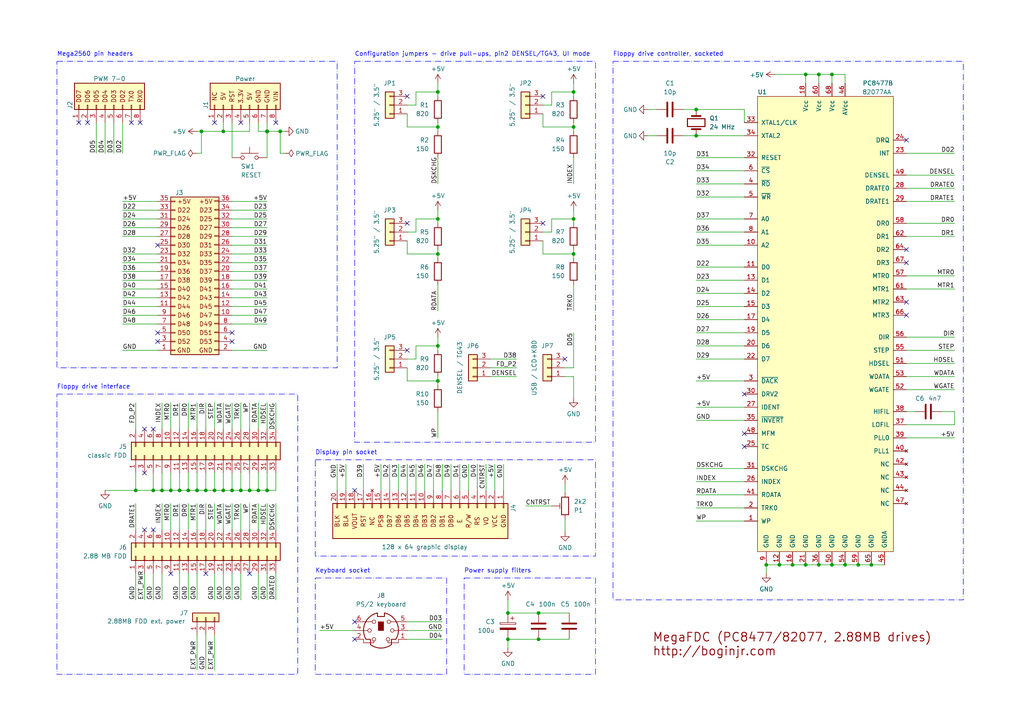
<source format=kicad_sch>
(kicad_sch (version 20230121) (generator eeschema)
  (paper "A4")
  (lib_symbols
    (symbol "Conn_01x08_1" (pin_names (offset 1.016) hide)
      (property "Reference" "J1" (at 0 10.16 0))
      (property "Value" "Power" (at 7.62 0 90))
      (symbol "Conn_01x08_1_1_1"
        (text "3.3V" (at 2.54 0 0) (effects (font (size 1.27 1.27))))
        (text "5V" (at 2.54 -2.54 0) (effects (font (size 1.27 1.27))))
        (text "5V" (at 2.54 5.08 0) (effects (font (size 1.27 1.27))))
        (text "GND" (at 2.54 -7.62 0) (effects (font (size 1.27 1.27))))
        (text "GND" (at 2.54 -5.08 0) (effects (font (size 1.27 1.27))))
        (text "NC" (at 2.54 7.62 0) (effects (font (size 1.27 1.27))))
        (text "RST" (at 2.54 2.54 0) (effects (font (size 1.27 1.27))))
        (text "VIN" (at 2.54 -10.16 0) (effects (font (size 1.27 1.27))))
        (pin passive line (at -5.08 7.62 0) (length 3.81) (name "Pin_1") (number "1"))
        (pin passive line (at -5.08 5.08 0) (length 3.81) (name "Pin_2") (number "2"))
        (pin passive line (at -5.08 2.54 0) (length 3.81) (name "Pin_3") (number "3"))
        (pin passive line (at -5.08 0 0) (length 3.81) (name "Pin_4") (number "4"))
        (pin passive line (at -5.08 -2.54 0) (length 3.81) (name "Pin_5") (number "5"))
        (pin passive line (at -5.08 -5.08 0) (length 3.81) (name "Pin_6") (number "6"))
        (pin passive line (at -5.08 -7.62 0) (length 3.81) (name "Pin_7") (number "7"))
        (pin passive line (at -5.08 -10.16 0) (length 3.81) (name "Pin_8") (number "8"))
      )
    )
    (symbol "Connector:Mini-DIN-6" (pin_names (offset 1.016))
      (property "Reference" "J" (at 0 6.35 0))
      (property "Value" "Mini-DIN-6" (at 0 -6.35 0))
      (symbol "Mini-DIN-6_1_1"
        (pin passive line (at 7.62 -2.54 180) (length 2.54) (name "~") (number "1"))
        (pin passive line (at -7.62 -2.54 0) (length 2.54) (name "~") (number "2"))
        (pin passive line (at 7.62 0 180) (length 2.54) (name "~") (number "3"))
        (pin passive line (at -7.62 0 0) (length 2.54) (name "~") (number "4"))
        (pin passive line (at 7.62 2.54 180) (length 2.54) (name "~") (number "5"))
        (pin passive line (at -7.62 2.54 0) (length 2.54) (name "~") (number "6"))
      )
    )
    (symbol "Connector_Generic:Conn_01x03" (pin_names (offset 1.016) hide)
      (property "Reference" "J" (at 0 5.08 0))
      (property "Value" "Conn_01x03" (at 0 -5.08 0))
      (symbol "Conn_01x03_1_1"
        (pin passive line (at -5.08 2.54 0) (length 3.81) (name "Pin_1") (number "1"))
        (pin passive line (at -5.08 0 0) (length 3.81) (name "Pin_2") (number "2"))
        (pin passive line (at -5.08 -2.54 0) (length 3.81) (name "Pin_3") (number "3"))
      )
    )
    (symbol "Connector_Generic:Conn_01x08" (pin_names (offset 1.016) hide)
      (property "Reference" "J2" (at 0 10.16 0))
      (property "Value" "PWM 0-7" (at 7.62 -1.27 90))
      (symbol "Conn_01x08_1_1"
        (text "D02" (at 2.54 -5.08 0) (effects (font (size 1.27 1.27))))
        (text "D03" (at 2.54 -2.54 0) (effects (font (size 1.27 1.27))))
        (text "D04" (at 2.54 0 0) (effects (font (size 1.27 1.27))))
        (text "D05" (at 2.54 2.54 0) (effects (font (size 1.27 1.27))))
        (text "D06" (at 2.54 5.08 0) (effects (font (size 1.27 1.27))))
        (text "D07" (at 2.54 7.62 0) (effects (font (size 1.27 1.27))))
        (text "RX0" (at 2.54 -10.16 0) (effects (font (size 1.27 1.27))))
        (text "TX0" (at 2.54 -7.62 0) (effects (font (size 1.27 1.27))))
        (pin passive line (at -5.08 7.62 0) (length 3.81) (name "Pin_1") (number "1"))
        (pin passive line (at -5.08 5.08 0) (length 3.81) (name "Pin_2") (number "2"))
        (pin passive line (at -5.08 2.54 0) (length 3.81) (name "Pin_3") (number "3"))
        (pin passive line (at -5.08 0 0) (length 3.81) (name "Pin_4") (number "4"))
        (pin passive line (at -5.08 -2.54 0) (length 3.81) (name "Pin_5") (number "5"))
        (pin passive line (at -5.08 -5.08 0) (length 3.81) (name "Pin_6") (number "6"))
        (pin passive line (at -5.08 -7.62 0) (length 3.81) (name "Pin_7") (number "7"))
        (pin passive line (at -5.08 -10.16 0) (length 3.81) (name "Pin_8") (number "8"))
      )
    )
    (symbol "Connector_Generic:Conn_01x20" (pin_names (offset 1.016) hide)
      (property "Reference" "J?" (at 2.54 26.67 0))
      (property "Value" "128 x 64 graphic display" (at 10.16 -12.7 90))
      (symbol "Conn_01x20_1_1"
        (text "BLA" (at 3.81 -22.86 0) (effects (font (size 1.27 1.27))))
        (text "BLK" (at 3.81 -25.4 0) (effects (font (size 1.27 1.27))))
        (text "DB0" (at 3.81 7.62 0) (effects (font (size 1.27 1.27))))
        (text "DB1" (at 3.81 5.08 0) (effects (font (size 1.27 1.27))))
        (text "DB2" (at 3.81 2.54 0) (effects (font (size 1.27 1.27))))
        (text "DB3" (at 3.81 0 0) (effects (font (size 1.27 1.27))))
        (text "DB4" (at 3.81 -2.54 0) (effects (font (size 1.27 1.27))))
        (text "DB5" (at 3.81 -5.08 0) (effects (font (size 1.27 1.27))))
        (text "DB6" (at 3.81 -7.62 0) (effects (font (size 1.27 1.27))))
        (text "DB7" (at 3.81 -10.16 0) (effects (font (size 1.27 1.27))))
        (text "E" (at 3.81 10.16 0) (effects (font (size 1.27 1.27))))
        (text "GND\n" (at 3.81 22.86 0) (effects (font (size 1.27 1.27))))
        (text "NC" (at 3.81 -15.24 0) (effects (font (size 1.27 1.27))))
        (text "PSB" (at 3.81 -12.7 0) (effects (font (size 1.27 1.27))))
        (text "R/W" (at 3.81 12.7 0) (effects (font (size 1.27 1.27))))
        (text "RS" (at 3.81 15.24 0) (effects (font (size 1.27 1.27))))
        (text "RST" (at 3.81 -17.78 0) (effects (font (size 1.27 1.27))))
        (text "VCC" (at 3.81 20.32 0) (effects (font (size 1.27 1.27))))
        (text "VO" (at 3.81 17.78 0) (effects (font (size 1.27 1.27))))
        (text "VOUT" (at 3.81 -20.32 0) (effects (font (size 1.27 1.27))))
        (pin passive line (at -5.08 22.86 0) (length 3.81) (name "Pin_1") (number "1"))
        (pin passive line (at -5.08 0 0) (length 3.81) (name "Pin_10") (number "10"))
        (pin passive line (at -5.08 -2.54 0) (length 3.81) (name "Pin_11") (number "11"))
        (pin passive line (at -5.08 -5.08 0) (length 3.81) (name "Pin_12") (number "12"))
        (pin passive line (at -5.08 -7.62 0) (length 3.81) (name "Pin_13") (number "13"))
        (pin passive line (at -5.08 -10.16 0) (length 3.81) (name "Pin_14") (number "14"))
        (pin passive line (at -5.08 -12.7 0) (length 3.81) (name "Pin_15") (number "15"))
        (pin no_connect line (at -5.08 -15.24 0) (length 3.81) (name "Pin_16") (number "16"))
        (pin passive line (at -5.08 -17.78 0) (length 3.81) (name "Pin_17") (number "17"))
        (pin passive line (at -5.08 -20.32 0) (length 3.81) (name "Pin_18") (number "18"))
        (pin passive line (at -5.08 -22.86 0) (length 3.81) (name "Pin_19") (number "19"))
        (pin passive line (at -5.08 20.32 0) (length 3.81) (name "Pin_2") (number "2"))
        (pin passive line (at -5.08 -25.4 0) (length 3.81) (name "Pin_20") (number "20"))
        (pin passive line (at -5.08 17.78 0) (length 3.81) (name "Pin_3") (number "3"))
        (pin passive line (at -5.08 15.24 0) (length 3.81) (name "Pin_4") (number "4"))
        (pin passive line (at -5.08 12.7 0) (length 3.81) (name "Pin_5") (number "5"))
        (pin passive line (at -5.08 10.16 0) (length 3.81) (name "Pin_6") (number "6"))
        (pin passive line (at -5.08 7.62 0) (length 3.81) (name "Pin_7") (number "7"))
        (pin passive line (at -5.08 5.08 0) (length 3.81) (name "Pin_8") (number "8"))
        (pin passive line (at -5.08 2.54 0) (length 3.81) (name "Pin_9") (number "9"))
      )
    )
    (symbol "Connector_Generic:Conn_02x17_Odd_Even" (pin_names (offset 1.016) hide)
      (property "Reference" "J" (at 1.27 22.86 0))
      (property "Value" "Conn_02x17_Odd_Even" (at 1.27 -22.86 0))
      (symbol "Conn_02x17_Odd_Even_1_1"
        (pin passive line (at -5.08 20.32 0) (length 3.81) (name "Pin_1") (number "1"))
        (pin passive line (at 7.62 10.16 180) (length 3.81) (name "Pin_10") (number "10"))
        (pin passive line (at -5.08 7.62 0) (length 3.81) (name "Pin_11") (number "11"))
        (pin passive line (at 7.62 7.62 180) (length 3.81) (name "Pin_12") (number "12"))
        (pin passive line (at -5.08 5.08 0) (length 3.81) (name "Pin_13") (number "13"))
        (pin passive line (at 7.62 5.08 180) (length 3.81) (name "Pin_14") (number "14"))
        (pin passive line (at -5.08 2.54 0) (length 3.81) (name "Pin_15") (number "15"))
        (pin passive line (at 7.62 2.54 180) (length 3.81) (name "Pin_16") (number "16"))
        (pin passive line (at -5.08 0 0) (length 3.81) (name "Pin_17") (number "17"))
        (pin passive line (at 7.62 0 180) (length 3.81) (name "Pin_18") (number "18"))
        (pin passive line (at -5.08 -2.54 0) (length 3.81) (name "Pin_19") (number "19"))
        (pin passive line (at 7.62 20.32 180) (length 3.81) (name "Pin_2") (number "2"))
        (pin passive line (at 7.62 -2.54 180) (length 3.81) (name "Pin_20") (number "20"))
        (pin passive line (at -5.08 -5.08 0) (length 3.81) (name "Pin_21") (number "21"))
        (pin passive line (at 7.62 -5.08 180) (length 3.81) (name "Pin_22") (number "22"))
        (pin passive line (at -5.08 -7.62 0) (length 3.81) (name "Pin_23") (number "23"))
        (pin passive line (at 7.62 -7.62 180) (length 3.81) (name "Pin_24") (number "24"))
        (pin passive line (at -5.08 -10.16 0) (length 3.81) (name "Pin_25") (number "25"))
        (pin passive line (at 7.62 -10.16 180) (length 3.81) (name "Pin_26") (number "26"))
        (pin passive line (at -5.08 -12.7 0) (length 3.81) (name "Pin_27") (number "27"))
        (pin passive line (at 7.62 -12.7 180) (length 3.81) (name "Pin_28") (number "28"))
        (pin passive line (at -5.08 -15.24 0) (length 3.81) (name "Pin_29") (number "29"))
        (pin passive line (at -5.08 17.78 0) (length 3.81) (name "Pin_3") (number "3"))
        (pin passive line (at 7.62 -15.24 180) (length 3.81) (name "Pin_30") (number "30"))
        (pin passive line (at -5.08 -17.78 0) (length 3.81) (name "Pin_31") (number "31"))
        (pin passive line (at 7.62 -17.78 180) (length 3.81) (name "Pin_32") (number "32"))
        (pin passive line (at -5.08 -20.32 0) (length 3.81) (name "Pin_33") (number "33"))
        (pin passive line (at 7.62 -20.32 180) (length 3.81) (name "Pin_34") (number "34"))
        (pin passive line (at 7.62 17.78 180) (length 3.81) (name "Pin_4") (number "4"))
        (pin passive line (at -5.08 15.24 0) (length 3.81) (name "Pin_5") (number "5"))
        (pin passive line (at 7.62 15.24 180) (length 3.81) (name "Pin_6") (number "6"))
        (pin passive line (at -5.08 12.7 0) (length 3.81) (name "Pin_7") (number "7"))
        (pin passive line (at 7.62 12.7 180) (length 3.81) (name "Pin_8") (number "8"))
        (pin passive line (at -5.08 10.16 0) (length 3.81) (name "Pin_9") (number "9"))
      )
    )
    (symbol "Connector_Generic:Conn_02x18_Odd_Even" (pin_names (offset 1.016) hide)
      (property "Reference" "J3" (at 0 -25.4 0))
      (symbol "Conn_02x18_Odd_Even_1_1"
        (text "+5V" (at 2.54 -22.86 0) (effects (font (size 1.27 1.27))))
        (text "+5V" (at 8.89 -22.86 0) (effects (font (size 1.27 1.27))))
        (text "D22" (at 2.54 -20.32 0) (effects (font (size 1.27 1.27))))
        (text "D23" (at 8.89 -20.32 0) (effects (font (size 1.27 1.27))))
        (text "D24" (at 2.54 -17.78 0) (effects (font (size 1.27 1.27))))
        (text "D25" (at 8.89 -17.78 0) (effects (font (size 1.27 1.27))))
        (text "D26" (at 2.54 -15.24 0) (effects (font (size 1.27 1.27))))
        (text "D27" (at 8.89 -15.24 0) (effects (font (size 1.27 1.27))))
        (text "D28" (at 2.54 -12.7 0) (effects (font (size 1.27 1.27))))
        (text "D29" (at 8.89 -12.7 0) (effects (font (size 1.27 1.27))))
        (text "D30" (at 2.54 -10.16 0) (effects (font (size 1.27 1.27))))
        (text "D31" (at 8.89 -10.16 0) (effects (font (size 1.27 1.27))))
        (text "D32" (at 2.54 -7.62 0) (effects (font (size 1.27 1.27))))
        (text "D33" (at 8.89 -7.62 0) (effects (font (size 1.27 1.27))))
        (text "D34" (at 2.54 -5.08 0) (effects (font (size 1.27 1.27))))
        (text "D35" (at 8.89 -5.08 0) (effects (font (size 1.27 1.27))))
        (text "D36" (at 2.54 -2.54 0) (effects (font (size 1.27 1.27))))
        (text "D37" (at 8.89 -2.54 0) (effects (font (size 1.27 1.27))))
        (text "D38" (at 2.54 0 0) (effects (font (size 1.27 1.27))))
        (text "D39" (at 8.89 0 0) (effects (font (size 1.27 1.27))))
        (text "D40" (at 2.54 2.54 0) (effects (font (size 1.27 1.27))))
        (text "D41" (at 8.89 2.54 0) (effects (font (size 1.27 1.27))))
        (text "D42" (at 2.54 5.08 0) (effects (font (size 1.27 1.27))))
        (text "D43" (at 8.89 5.08 0) (effects (font (size 1.27 1.27))))
        (text "D44" (at 2.54 7.62 0) (effects (font (size 1.27 1.27))))
        (text "D45" (at 8.89 7.62 0) (effects (font (size 1.27 1.27))))
        (text "D46" (at 2.54 10.16 0) (effects (font (size 1.27 1.27))))
        (text "D47" (at 8.89 10.16 0) (effects (font (size 1.27 1.27))))
        (text "D48" (at 2.54 12.7 0) (effects (font (size 1.27 1.27))))
        (text "D49" (at 8.89 12.7 0) (effects (font (size 1.27 1.27))))
        (text "D50" (at 2.54 15.24 0) (effects (font (size 1.27 1.27))))
        (text "D51" (at 8.89 15.24 0) (effects (font (size 1.27 1.27))))
        (text "D52" (at 2.54 17.78 0) (effects (font (size 1.27 1.27))))
        (text "D53" (at 8.89 17.78 0) (effects (font (size 1.27 1.27))))
        (text "GND" (at 2.54 20.32 0) (effects (font (size 1.27 1.27))))
        (text "GND" (at 8.89 20.32 0) (effects (font (size 1.27 1.27))))
        (pin passive line (at -5.08 20.32 0) (length 3.81) (name "Pin_1") (number "1"))
        (pin passive line (at 16.51 10.16 180) (length 3.81) (name "Pin_10") (number "10"))
        (pin passive line (at -5.08 7.62 0) (length 3.81) (name "Pin_11") (number "11"))
        (pin passive line (at 16.51 7.62 180) (length 3.81) (name "Pin_12") (number "12"))
        (pin passive line (at -5.08 5.08 0) (length 3.81) (name "Pin_13") (number "13"))
        (pin passive line (at 16.51 5.08 180) (length 3.81) (name "Pin_14") (number "14"))
        (pin passive line (at -5.08 2.54 0) (length 3.81) (name "Pin_15") (number "15"))
        (pin passive line (at 16.51 2.54 180) (length 3.81) (name "Pin_16") (number "16"))
        (pin passive line (at -5.08 0 0) (length 3.81) (name "Pin_17") (number "17"))
        (pin passive line (at 16.51 0 180) (length 3.81) (name "Pin_18") (number "18"))
        (pin passive line (at -5.08 -2.54 0) (length 3.81) (name "Pin_19") (number "19"))
        (pin passive line (at 16.51 20.32 180) (length 3.81) (name "Pin_2") (number "2"))
        (pin passive line (at 16.51 -2.54 180) (length 3.81) (name "Pin_20") (number "20"))
        (pin passive line (at -5.08 -5.08 0) (length 3.81) (name "Pin_21") (number "21"))
        (pin passive line (at 16.51 -5.08 180) (length 3.81) (name "Pin_22") (number "22"))
        (pin passive line (at -5.08 -7.62 0) (length 3.81) (name "Pin_23") (number "23"))
        (pin passive line (at 16.51 -7.62 180) (length 3.81) (name "Pin_24") (number "24"))
        (pin passive line (at -5.08 -10.16 0) (length 3.81) (name "Pin_25") (number "25"))
        (pin passive line (at 16.51 -10.16 180) (length 3.81) (name "Pin_26") (number "26"))
        (pin passive line (at -5.08 -12.7 0) (length 3.81) (name "Pin_27") (number "27"))
        (pin passive line (at 16.51 -12.7 180) (length 3.81) (name "Pin_28") (number "28"))
        (pin passive line (at -5.08 -15.24 0) (length 3.81) (name "Pin_29") (number "29"))
        (pin passive line (at -5.08 17.78 0) (length 3.81) (name "Pin_3") (number "3"))
        (pin passive line (at 16.51 -15.24 180) (length 3.81) (name "Pin_30") (number "30"))
        (pin passive line (at -5.08 -17.78 0) (length 3.81) (name "Pin_31") (number "31"))
        (pin passive line (at 16.51 -17.78 180) (length 3.81) (name "Pin_32") (number "32"))
        (pin passive line (at -5.08 -20.32 0) (length 3.81) (name "Pin_33") (number "33"))
        (pin passive line (at 16.51 -20.32 180) (length 3.81) (name "Pin_34") (number "34"))
        (pin passive line (at -5.08 -22.86 0) (length 3.81) (name "Pin_35") (number "35"))
        (pin passive line (at 16.51 -22.86 180) (length 3.81) (name "Pin_36") (number "36"))
        (pin passive line (at 16.51 17.78 180) (length 3.81) (name "Pin_4") (number "4"))
        (pin passive line (at -5.08 15.24 0) (length 3.81) (name "Pin_5") (number "5"))
        (pin passive line (at 16.51 15.24 180) (length 3.81) (name "Pin_6") (number "6"))
        (pin passive line (at -5.08 12.7 0) (length 3.81) (name "Pin_7") (number "7"))
        (pin passive line (at 16.51 12.7 180) (length 3.81) (name "Pin_8") (number "8"))
        (pin passive line (at -5.08 10.16 0) (length 3.81) (name "Pin_9") (number "9"))
      )
    )
    (symbol "Device:C" (pin_numbers hide) (pin_names (offset 0.254))
      (property "Reference" "C" (at 0.635 2.54 0))
      (property "Value" "C" (at 0.635 -2.54 0))
      (symbol "C_1_1"
        (pin passive line (at 0 3.81 270) (length 2.794) (name "~") (number "1"))
        (pin passive line (at 0 -3.81 90) (length 2.794) (name "~") (number "2"))
      )
    )
    (symbol "Device:C_Polarized" (pin_numbers hide) (pin_names (offset 0.254))
      (property "Reference" "C" (at 0.635 2.54 0))
      (property "Value" "C_Polarized" (at 0.635 -2.54 0))
      (symbol "C_Polarized_1_1"
        (pin passive line (at 0 3.81 270) (length 2.794) (name "~") (number "1"))
        (pin passive line (at 0 -3.81 90) (length 2.794) (name "~") (number "2"))
      )
    )
    (symbol "Device:Crystal" (pin_numbers hide) (pin_names (offset 1.016) hide)
      (property "Reference" "Y" (at 0 3.81 0))
      (property "Value" "Crystal" (at 0 -3.81 0))
      (symbol "Crystal_1_1"
        (pin passive line (at -3.81 0 0) (length 1.27) (name "1") (number "1"))
        (pin passive line (at 3.81 0 180) (length 1.27) (name "2") (number "2"))
      )
    )
    (symbol "Device:R" (pin_numbers hide) (pin_names (offset 0))
      (property "Reference" "R" (at 2.032 0 90))
      (property "Value" "R" (at 0 0 90))
      (symbol "R_1_1"
        (pin passive line (at 0 3.81 270) (length 1.27) (name "~") (number "1"))
        (pin passive line (at 0 -3.81 90) (length 1.27) (name "~") (number "2"))
      )
    )
    (symbol "Device:R_Potentiometer_Trim" (pin_numbers hide) (pin_names (offset 1.016) hide)
      (property "Reference" "RV" (at -4.445 0 90))
      (property "Value" "R_Potentiometer_Trim" (at -2.54 0 90))
      (symbol "R_Potentiometer_Trim_1_1"
        (pin passive line (at 0 3.81 270) (length 1.27) (name "1") (number "1"))
        (pin passive line (at 3.81 0 180) (length 1.27) (name "2") (number "2"))
        (pin passive line (at 0 -3.81 90) (length 1.27) (name "3") (number "3"))
      )
    )
    (symbol "Interface_Floppy:PC8477B" (pin_names (offset 1.016))
      (property "Reference" "U" (at -19.05 66.04 0))
      (property "Value" "PC8477B" (at 11.43 66.04 0))
      (symbol "PC8477B_0_0"
        (text "" (at -34.29 83.82 0) (effects (font (size 1.27 1.27))))
        (text "" (at 7.62 -105.41 0) (effects (font (size 1.27 1.27))))
      )
      (symbol "PC8477B_1_1"
        (pin input line (at -22.86 -58.42 0) (length 3.81) (name "WP") (number "1"))
        (pin input line (at -22.86 21.59 0) (length 3.81) (name "A2") (number "10"))
        (pin bidirectional line (at -22.86 15.24 0) (length 3.81) (name "D0") (number "11"))
        (pin power_in line (at -12.7 -71.12 90) (length 3.81) (name "GND") (number "12"))
        (pin bidirectional line (at -22.86 11.43 0) (length 3.81) (name "D1") (number "13"))
        (pin bidirectional line (at -22.86 7.62 0) (length 3.81) (name "D2") (number "14"))
        (pin bidirectional line (at -22.86 3.81 0) (length 3.81) (name "D3") (number "15"))
        (pin power_in line (at -8.89 -71.12 90) (length 3.81) (name "GND") (number "16"))
        (pin bidirectional line (at -22.86 0 0) (length 3.81) (name "D4") (number "17"))
        (pin power_in line (at -5.08 68.58 270) (length 3.81) (name "Vcc") (number "18"))
        (pin bidirectional line (at -22.86 -3.81 0) (length 3.81) (name "D5") (number "19"))
        (pin input line (at -22.86 -54.61 0) (length 3.81) (name "TRK0") (number "2"))
        (pin bidirectional line (at -22.86 -7.62 0) (length 3.81) (name "D6") (number "20"))
        (pin power_in line (at -5.08 -71.12 90) (length 3.81) (name "GND") (number "21"))
        (pin bidirectional line (at -22.86 -11.43 0) (length 3.81) (name "D7") (number "22"))
        (pin output line (at 24.13 48.26 180) (length 3.81) (name "INT") (number "23"))
        (pin output line (at 24.13 52.07 180) (length 3.81) (name "DRQ") (number "24"))
        (pin input line (at -22.86 -36.83 0) (length 3.81) (name "TC") (number "25"))
        (pin input line (at -22.86 -46.99 0) (length 3.81) (name "INDEX") (number "26"))
        (pin input line (at -22.86 -25.4 0) (length 3.81) (name "IDENT") (number "27"))
        (pin output line (at 24.13 38.1 180) (length 3.81) (name "DRATE0") (number "28"))
        (pin output line (at 24.13 34.29 180) (length 3.81) (name "DRATE1") (number "29"))
        (pin input line (at -22.86 -17.78 0) (length 3.81) (name "~{DACK}") (number "3"))
        (pin input line (at -22.86 -21.59 0) (length 3.81) (name "DRV2") (number "30"))
        (pin input line (at -22.86 -43.18 0) (length 3.81) (name "DSKCHG") (number "31"))
        (pin input line (at -22.86 46.99 0) (length 3.81) (name "RESET") (number "32"))
        (pin input line (at -22.86 57.15 0) (length 3.81) (name "XTAL1/CLK") (number "33"))
        (pin input line (at -22.86 53.34 0) (length 3.81) (name "XTAL2") (number "34"))
        (pin input line (at -22.86 -29.21 0) (length 3.81) (name "~{INVERT}") (number "35"))
        (pin power_in line (at -1.27 -71.12 90) (length 3.81) (name "GND") (number "36"))
        (pin passive line (at 24.13 -30.48 180) (length 3.81) (name "LOFIL") (number "37"))
        (pin passive line (at 24.13 -26.67 180) (length 3.81) (name "HIFIL") (number "38"))
        (pin passive line (at 24.13 -34.29 180) (length 3.81) (name "PLL0") (number "39"))
        (pin input line (at -22.86 39.37 0) (length 3.81) (name "~{RD}") (number "4"))
        (pin no_connect line (at 24.13 -38.1 180) (length 3.81) (name "PLL1") (number "40"))
        (pin input line (at -22.86 -50.8 0) (length 3.81) (name "RDATA") (number "41"))
        (pin no_connect line (at 24.13 -41.91 180) (length 3.81) (name "NC") (number "42"))
        (pin no_connect line (at 24.13 -45.72 180) (length 3.81) (name "NC") (number "43"))
        (pin no_connect line (at 24.13 -49.53 180) (length 3.81) (name "NC") (number "44"))
        (pin power_in line (at 17.78 -71.12 90) (length 3.81) (name "GNDA") (number "45"))
        (pin power_in line (at 6.35 68.58 270) (length 3.81) (name "AVcc") (number "46"))
        (pin no_connect line (at 24.13 -53.34 180) (length 3.81) (name "NC") (number "47"))
        (pin bidirectional line (at -22.86 -33.02 0) (length 3.81) (name "MFM") (number "48"))
        (pin output line (at 24.13 41.91 180) (length 3.81) (name "DENSEL") (number "49"))
        (pin input line (at -22.86 35.56 0) (length 3.81) (name "~{WR}") (number "5"))
        (pin power_in line (at 2.54 -71.12 90) (length 3.81) (name "GND") (number "50"))
        (pin output line (at 24.13 -12.7 180) (length 3.81) (name "HDSEL") (number "51"))
        (pin output line (at 24.13 -20.32 180) (length 3.81) (name "WGATE") (number "52"))
        (pin output line (at 24.13 -16.51 180) (length 3.81) (name "WDATA") (number "53"))
        (pin power_in line (at 6.35 -71.12 90) (length 3.81) (name "GND") (number "54"))
        (pin output line (at 24.13 -8.89 180) (length 3.81) (name "STEP") (number "55"))
        (pin output line (at 24.13 -5.08 180) (length 3.81) (name "DIR") (number "56"))
        (pin output line (at 24.13 12.7 180) (length 3.81) (name "MTR0") (number "57"))
        (pin output line (at 24.13 27.94 180) (length 3.81) (name "DR0") (number "58"))
        (pin power_in line (at 10.16 -71.12 90) (length 3.81) (name "GND") (number "59"))
        (pin input line (at -22.86 43.18 0) (length 3.81) (name "~{CS}") (number "6"))
        (pin power_in line (at -1.27 68.58 270) (length 3.81) (name "Vcc") (number "60"))
        (pin output line (at 24.13 8.89 180) (length 3.81) (name "MTR1") (number "61"))
        (pin output line (at 24.13 24.13 180) (length 3.81) (name "DR1") (number "62"))
        (pin output line (at 24.13 5.08 180) (length 3.81) (name "MTR2") (number "63"))
        (pin output line (at 24.13 20.32 180) (length 3.81) (name "DR2") (number "64"))
        (pin power_in line (at 13.97 -71.12 90) (length 3.81) (name "GND") (number "65"))
        (pin output line (at 24.13 1.27 180) (length 3.81) (name "MTR3") (number "66"))
        (pin output line (at 24.13 16.51 180) (length 3.81) (name "DR3") (number "67"))
        (pin power_in line (at 2.54 68.58 270) (length 3.81) (name "Vcc") (number "68"))
        (pin input line (at -22.86 29.21 0) (length 3.81) (name "A0") (number "7"))
        (pin input line (at -22.86 25.4 0) (length 3.81) (name "A1") (number "8"))
        (pin power_in line (at -16.51 -71.12 90) (length 3.81) (name "GND") (number "9"))
      )
    )
    (symbol "Switch:SW_Push" (pin_numbers hide) (pin_names (offset 1.016) hide)
      (property "Reference" "SW" (at 1.27 2.54 0))
      (property "Value" "SW_Push" (at 0 -1.524 0))
      (symbol "SW_Push_0_1"
        (pin passive line (at -5.08 0 0) (length 2.54) (name "1") (number "1"))
        (pin passive line (at 5.08 0 180) (length 2.54) (name "2") (number "2"))
      )
    )
    (symbol "power:+5V" (power) (pin_names (offset 0))
      (property "Value" "+5V" (at 0 3.556 0))
      (symbol "+5V_1_1"
        (pin power_in line (at 0 0 90) (length 0) hide (name "+5V") (number "1"))
      )
    )
    (symbol "power:GND" (power) (pin_names (offset 0))
      (property "Value" "GND" (at 0 -3.81 0))
      (symbol "GND_1_1"
        (pin power_in line (at 0 0 270) (length 0) hide (name "GND") (number "1"))
      )
    )
    (symbol "power:PWR_FLAG" (power) (pin_numbers hide) (pin_names (offset 0) hide)
      (property "Value" "PWR_FLAG" (at 0 3.81 0))
      (symbol "PWR_FLAG_0_0"
        (pin power_out line (at 0 0 90) (length 0) (name "pwr") (number "1"))
      )
    )
  )
  (junction (at 44.45 142.24))
  (junction (at 222.25 163.83))
  (junction (at 81.28 38.1))
  (junction (at 69.85 142.24))
  (junction (at 49.53 142.24))
  (junction (at 156.21 185.42))
  (junction (at 233.68 21.59))
  (junction (at 72.39 142.24))
  (junction (at 201.93 31.75))
  (junction (at 127 100.33))
  (junction (at 237.49 21.59))
  (junction (at 62.23 142.24))
  (junction (at 127 63.5))
  (junction (at 46.99 142.24))
  (junction (at 74.93 142.24))
  (junction (at 58.42 38.1))
  (junction (at 127 73.66))
  (junction (at 77.47 38.1) (diameter 1.016))
  (junction (at 59.69 142.24))
  (junction (at 248.92 163.83))
  (junction (at 201.93 39.37))
  (junction (at 67.31 142.24))
  (junction (at 127 26.67))
  (junction (at 57.15 142.24))
  (junction (at 252.73 163.83))
  (junction (at 245.11 163.83))
  (junction (at 147.32 177.8))
  (junction (at 77.47 142.24))
  (junction (at 166.37 73.66))
  (junction (at 166.37 63.5))
  (junction (at 233.68 163.83))
  (junction (at 166.37 26.67))
  (junction (at 127 36.83))
  (junction (at 241.3 163.83))
  (junction (at 241.3 21.59))
  (junction (at 52.07 142.24))
  (junction (at 147.32 185.42))
  (junction (at 64.77 142.24))
  (junction (at 156.21 177.8))
  (junction (at 237.49 163.83))
  (junction (at 229.87 163.83))
  (junction (at 64.77 38.1))
  (junction (at 166.37 36.83))
  (junction (at 39.37 142.24))
  (junction (at 127 110.49))
  (junction (at 226.06 163.83))
  (junction (at 54.61 142.24))
  (no_connect (at 45.72 99.06))
  (no_connect (at 67.31 96.52))
  (no_connect (at 67.31 99.06))
  (no_connect (at 118.11 101.6))
  (no_connect (at 44.45 124.46))
  (no_connect (at 163.83 104.14))
  (no_connect (at 215.9 129.54))
  (no_connect (at 102.87 185.42))
  (no_connect (at 262.89 40.64))
  (no_connect (at 262.89 72.39))
  (no_connect (at 157.48 64.77))
  (no_connect (at 44.45 153.67))
  (no_connect (at 80.01 35.56))
  (no_connect (at 45.72 71.12))
  (no_connect (at 262.89 87.63))
  (no_connect (at 118.11 27.94))
  (no_connect (at 45.72 96.52))
  (no_connect (at 215.9 125.73))
  (no_connect (at 262.89 91.44))
  (no_connect (at 102.87 142.24))
  (no_connect (at 118.11 64.77))
  (no_connect (at 102.87 180.34))
  (no_connect (at 69.85 35.56))
  (no_connect (at 72.39 166.37))
  (no_connect (at 157.48 27.94))
  (no_connect (at 59.69 166.37))
  (no_connect (at 215.9 114.3))
  (no_connect (at 22.86 35.56))
  (no_connect (at 25.4 35.56))
  (no_connect (at 40.64 35.56))
  (no_connect (at 62.23 35.56))
  (no_connect (at 49.53 166.37))
  (no_connect (at 41.91 137.16))
  (no_connect (at 41.91 153.67))
  (no_connect (at 41.91 124.46))
  (no_connect (at 262.89 76.2))
  (no_connect (at 38.1 35.56))
  (wire (pts (xy 80.01 137.16) (xy 80.01 142.24)))
  (wire (pts (xy 58.42 38.1) (xy 58.42 44.45)))
  (wire (pts (xy 262.89 44.45) (xy 276.86 44.45)))
  (wire (pts (xy 163.83 109.22) (xy 166.37 109.22)))
  (wire (pts (xy 59.69 146.05) (xy 59.69 153.67)))
  (wire (pts (xy 201.93 63.5) (xy 215.9 63.5)))
  (wire (pts (xy 127 26.67) (xy 127 27.94)))
  (wire (pts (xy 201.93 45.72) (xy 215.9 45.72)))
  (wire (pts (xy 35.56 83.82) (xy 45.72 83.82)))
  (wire (pts (xy 147.32 173.99) (xy 147.32 177.8)))
  (wire (pts (xy 146.05 134.62) (xy 146.05 142.24)))
  (wire (pts (xy 57.15 142.24) (xy 59.69 142.24)))
  (wire (pts (xy 59.69 194.31) (xy 59.69 184.15)))
  (wire (pts (xy 72.39 116.84) (xy 72.39 124.46)))
  (wire (pts (xy 49.53 116.84) (xy 49.53 124.46)))
  (wire (pts (xy 166.37 26.67) (xy 166.37 27.94)))
  (wire (pts (xy 241.3 21.59) (xy 245.11 21.59)))
  (wire (pts (xy 201.93 147.32) (xy 215.9 147.32)))
  (wire (pts (xy 166.37 35.56) (xy 166.37 36.83)))
  (wire (pts (xy 201.93 88.9) (xy 215.9 88.9)))
  (wire (pts (xy 62.23 116.84) (xy 62.23 124.46)))
  (wire (pts (xy 138.43 134.62) (xy 138.43 142.24)))
  (wire (pts (xy 201.93 139.7) (xy 215.9 139.7)))
  (wire (pts (xy 64.77 38.1) (xy 72.39 38.1)))
  (wire (pts (xy 67.31 83.82) (xy 77.47 83.82)))
  (wire (pts (xy 166.37 36.83) (xy 166.37 38.1)))
  (wire (pts (xy 74.93 38.1) (xy 77.47 38.1)))
  (wire (pts (xy 201.93 71.12) (xy 215.9 71.12)))
  (wire (pts (xy 127 109.22) (xy 127 110.49)))
  (wire (pts (xy 39.37 142.24) (xy 30.48 142.24)))
  (wire (pts (xy 35.56 73.66) (xy 45.72 73.66)))
  (wire (pts (xy 143.51 134.62) (xy 143.51 142.24)))
  (wire (pts (xy 127 82.55) (xy 127 90.17)))
  (wire (pts (xy 163.83 106.68) (xy 166.37 106.68)))
  (wire (pts (xy 35.56 60.96) (xy 45.72 60.96)))
  (wire (pts (xy 201.93 49.53) (xy 215.9 49.53)))
  (wire (pts (xy 142.24 106.68) (xy 149.86 106.68)))
  (wire (pts (xy 57.15 194.31) (xy 57.15 184.15)))
  (wire (pts (xy 54.61 116.84) (xy 54.61 124.46)))
  (wire (pts (xy 46.99 137.16) (xy 46.99 142.24)))
  (wire (pts (xy 57.15 116.84) (xy 57.15 124.46)))
  (wire (pts (xy 62.23 173.99) (xy 62.23 166.37)))
  (wire (pts (xy 187.96 31.75) (xy 190.5 31.75)))
  (wire (pts (xy 44.45 137.16) (xy 44.45 142.24)))
  (wire (pts (xy 77.47 38.1) (xy 81.28 38.1)))
  (wire (pts (xy 157.48 73.66) (xy 166.37 73.66)))
  (wire (pts (xy 252.73 163.83) (xy 256.54 163.83)))
  (wire (pts (xy 142.24 109.22) (xy 149.86 109.22)))
  (wire (pts (xy 35.56 86.36) (xy 45.72 86.36)))
  (wire (pts (xy 81.28 38.1) (xy 81.28 44.45)))
  (wire (pts (xy 72.39 38.1) (xy 72.39 35.56)))
  (wire (pts (xy 262.89 68.58) (xy 276.86 68.58)))
  (wire (pts (xy 160.02 26.67) (xy 166.37 26.67)))
  (wire (pts (xy 80.01 146.05) (xy 80.01 153.67)))
  (wire (pts (xy 57.15 38.1) (xy 58.42 38.1)))
  (wire (pts (xy 57.15 142.24) (xy 54.61 142.24)))
  (wire (pts (xy 39.37 173.99) (xy 39.37 166.37)))
  (wire (pts (xy 201.93 96.52) (xy 215.9 96.52)))
  (wire (pts (xy 118.11 73.66) (xy 127 73.66)))
  (wire (pts (xy 157.48 67.31) (xy 160.02 67.31)))
  (wire (pts (xy 262.89 97.79) (xy 276.86 97.79)))
  (wire (pts (xy 127 60.96) (xy 127 63.5)))
  (wire (pts (xy 67.31 73.66) (xy 77.47 73.66)))
  (wire (pts (xy 46.99 116.84) (xy 46.99 124.46)))
  (wire (pts (xy 233.68 163.83) (xy 237.49 163.83)))
  (wire (pts (xy 59.69 137.16) (xy 59.69 142.24)))
  (wire (pts (xy 49.53 137.16) (xy 49.53 142.24)))
  (wire (pts (xy 156.21 177.8) (xy 165.1 177.8)))
  (wire (pts (xy 157.48 30.48) (xy 160.02 30.48)))
  (wire (pts (xy 67.31 60.96) (xy 77.47 60.96)))
  (wire (pts (xy 52.07 146.05) (xy 52.07 153.67)))
  (wire (pts (xy 166.37 82.55) (xy 166.37 90.17)))
  (wire (pts (xy 201.93 39.37) (xy 215.9 39.37)))
  (wire (pts (xy 69.85 173.99) (xy 69.85 166.37)))
  (wire (pts (xy 262.89 101.6) (xy 276.86 101.6)))
  (wire (pts (xy 67.31 146.05) (xy 67.31 153.67)))
  (wire (pts (xy 166.37 60.96) (xy 166.37 63.5)))
  (wire (pts (xy 67.31 76.2) (xy 77.47 76.2)))
  (wire (pts (xy 222.25 163.83) (xy 222.25 166.37)))
  (wire (pts (xy 39.37 146.05) (xy 39.37 153.67)))
  (wire (pts (xy 62.23 146.05) (xy 62.23 153.67)))
  (wire (pts (xy 276.86 119.38) (xy 273.05 119.38)))
  (wire (pts (xy 74.93 173.99) (xy 74.93 166.37)))
  (wire (pts (xy 201.93 121.92) (xy 215.9 121.92)))
  (wire (pts (xy 201.93 118.11) (xy 215.9 118.11)))
  (wire (pts (xy 35.56 101.6) (xy 45.72 101.6)))
  (wire (pts (xy 72.39 137.16) (xy 72.39 142.24)))
  (wire (pts (xy 64.77 137.16) (xy 64.77 142.24)))
  (wire (pts (xy 35.56 76.2) (xy 45.72 76.2)))
  (wire (pts (xy 69.85 137.16) (xy 69.85 142.24)))
  (wire (pts (xy 52.07 173.99) (xy 52.07 166.37)))
  (wire (pts (xy 80.01 173.99) (xy 80.01 166.37)))
  (wire (pts (xy 222.25 163.83) (xy 226.06 163.83)))
  (wire (pts (xy 35.56 91.44) (xy 45.72 91.44)))
  (wire (pts (xy 166.37 96.52) (xy 166.37 106.68)))
  (wire (pts (xy 52.07 137.16) (xy 52.07 142.24)))
  (wire (pts (xy 105.41 134.62) (xy 105.41 142.24)))
  (wire (pts (xy 226.06 163.83) (xy 229.87 163.83)))
  (wire (pts (xy 120.65 63.5) (xy 127 63.5)))
  (wire (pts (xy 74.93 116.84) (xy 74.93 124.46)))
  (wire (pts (xy 67.31 142.24) (xy 64.77 142.24)))
  (wire (pts (xy 127 119.38) (xy 127 127)))
  (wire (pts (xy 35.56 68.58) (xy 45.72 68.58)))
  (wire (pts (xy 80.01 116.84) (xy 80.01 124.46)))
  (wire (pts (xy 80.01 142.24) (xy 77.47 142.24)))
  (wire (pts (xy 113.03 134.62) (xy 113.03 142.24)))
  (wire (pts (xy 35.56 63.5) (xy 45.72 63.5)))
  (wire (pts (xy 262.89 50.8) (xy 276.86 50.8)))
  (wire (pts (xy 118.11 33.02) (xy 118.11 36.83)))
  (wire (pts (xy 142.24 104.14) (xy 149.86 104.14)))
  (wire (pts (xy 30.48 35.56) (xy 30.48 44.45)))
  (wire (pts (xy 125.73 134.62) (xy 125.73 142.24)))
  (wire (pts (xy 67.31 78.74) (xy 77.47 78.74)))
  (wire (pts (xy 97.79 134.62) (xy 97.79 142.24)))
  (wire (pts (xy 64.77 142.24) (xy 62.23 142.24)))
  (wire (pts (xy 35.56 88.9) (xy 45.72 88.9)))
  (wire (pts (xy 118.11 69.85) (xy 118.11 73.66)))
  (wire (pts (xy 237.49 21.59) (xy 237.49 24.13)))
  (wire (pts (xy 46.99 173.99) (xy 46.99 166.37)))
  (wire (pts (xy 57.15 146.05) (xy 57.15 153.67)))
  (wire (pts (xy 35.56 81.28) (xy 45.72 81.28)))
  (wire (pts (xy 58.42 38.1) (xy 64.77 38.1)))
  (wire (pts (xy 166.37 72.39) (xy 166.37 73.66)))
  (wire (pts (xy 69.85 116.84) (xy 69.85 124.46)))
  (wire (pts (xy 127 36.83) (xy 127 38.1)))
  (wire (pts (xy 49.53 146.05) (xy 49.53 153.67)))
  (wire (pts (xy 127 73.66) (xy 127 74.93)))
  (wire (pts (xy 62.23 194.31) (xy 62.23 184.15)))
  (wire (pts (xy 118.11 110.49) (xy 127 110.49)))
  (wire (pts (xy 201.93 81.28) (xy 215.9 81.28)))
  (wire (pts (xy 67.31 58.42) (xy 77.47 58.42)))
  (wire (pts (xy 262.89 109.22) (xy 276.86 109.22)))
  (wire (pts (xy 120.65 104.14) (xy 120.65 100.33)))
  (wire (pts (xy 187.96 39.37) (xy 190.5 39.37)))
  (wire (pts (xy 245.11 24.13) (xy 245.11 21.59)))
  (wire (pts (xy 118.11 185.42) (xy 128.27 185.42)))
  (wire (pts (xy 46.99 146.05) (xy 46.99 153.67)))
  (wire (pts (xy 77.47 173.99) (xy 77.47 166.37)))
  (wire (pts (xy 39.37 142.24) (xy 44.45 142.24)))
  (wire (pts (xy 201.93 143.51) (xy 215.9 143.51)))
  (wire (pts (xy 64.77 116.84) (xy 64.77 124.46)))
  (wire (pts (xy 57.15 44.45) (xy 58.42 44.45)))
  (wire (pts (xy 64.77 173.99) (xy 64.77 166.37)))
  (wire (pts (xy 118.11 36.83) (xy 127 36.83)))
  (wire (pts (xy 237.49 21.59) (xy 241.3 21.59)))
  (wire (pts (xy 67.31 173.99) (xy 67.31 166.37)))
  (wire (pts (xy 163.8947 150.5567) (xy 163.8947 154.3667)))
  (wire (pts (xy 147.32 177.8) (xy 156.21 177.8)))
  (wire (pts (xy 67.31 86.36) (xy 77.47 86.36)))
  (wire (pts (xy 57.15 137.16) (xy 57.15 142.24)))
  (wire (pts (xy 128.27 134.62) (xy 128.27 142.24)))
  (wire (pts (xy 54.61 146.05) (xy 54.61 153.67)))
  (wire (pts (xy 67.31 63.5) (xy 77.47 63.5)))
  (wire (pts (xy 160.02 30.48) (xy 160.02 26.67)))
  (wire (pts (xy 41.91 173.99) (xy 41.91 166.37)))
  (wire (pts (xy 147.32 185.42) (xy 147.32 187.96)))
  (wire (pts (xy 276.86 123.19) (xy 276.86 119.38)))
  (wire (pts (xy 46.99 142.24) (xy 44.45 142.24)))
  (wire (pts (xy 127 110.49) (xy 127 111.76)))
  (wire (pts (xy 67.31 45.72) (xy 67.31 35.56)))
  (wire (pts (xy 57.15 173.99) (xy 57.15 166.37)))
  (wire (pts (xy 127 24.13) (xy 127 26.67)))
  (wire (pts (xy 67.31 137.16) (xy 67.31 142.24)))
  (wire (pts (xy 77.47 35.56) (xy 77.47 38.1)))
  (wire (pts (xy 201.93 110.49) (xy 215.9 110.49)))
  (wire (pts (xy 245.11 163.83) (xy 248.92 163.83)))
  (wire (pts (xy 262.89 123.19) (xy 276.86 123.19)))
  (wire (pts (xy 201.93 85.09) (xy 215.9 85.09)))
  (wire (pts (xy 69.85 142.24) (xy 67.31 142.24)))
  (wire (pts (xy 237.49 163.83) (xy 241.3 163.83)))
  (wire (pts (xy 120.65 100.33) (xy 127 100.33)))
  (wire (pts (xy 201.93 100.33) (xy 215.9 100.33)))
  (wire (pts (xy 74.93 137.16) (xy 74.93 142.24)))
  (wire (pts (xy 120.65 67.31) (xy 120.65 63.5)))
  (wire (pts (xy 201.93 92.71) (xy 215.9 92.71)))
  (wire (pts (xy 241.3 163.83) (xy 245.11 163.83)))
  (wire (pts (xy 74.93 146.05) (xy 74.93 153.67)))
  (wire (pts (xy 77.47 38.1) (xy 77.47 45.72)))
  (wire (pts (xy 67.31 116.84) (xy 67.31 124.46)))
  (wire (pts (xy 118.11 30.48) (xy 120.65 30.48)))
  (wire (pts (xy 201.93 135.89) (xy 215.9 135.89)))
  (wire (pts (xy 118.11 134.62) (xy 118.11 142.24)))
  (wire (pts (xy 67.31 101.6) (xy 77.47 101.6)))
  (wire (pts (xy 130.81 134.62) (xy 130.81 142.24)))
  (wire (pts (xy 140.97 134.62) (xy 140.97 142.24)))
  (wire (pts (xy 115.57 134.62) (xy 115.57 142.24)))
  (wire (pts (xy 62.23 142.24) (xy 59.69 142.24)))
  (wire (pts (xy 241.3 21.59) (xy 241.3 24.13)))
  (wire (pts (xy 215.9 31.75) (xy 201.93 31.75)))
  (wire (pts (xy 166.37 73.66) (xy 166.37 74.93)))
  (wire (pts (xy 233.68 21.59) (xy 237.49 21.59)))
  (wire (pts (xy 74.93 142.24) (xy 72.39 142.24)))
  (wire (pts (xy 120.65 134.62) (xy 120.65 142.24)))
  (wire (pts (xy 157.48 33.02) (xy 157.48 36.83)))
  (wire (pts (xy 77.47 142.24) (xy 74.93 142.24)))
  (wire (pts (xy 118.11 106.68) (xy 118.11 110.49)))
  (wire (pts (xy 67.31 88.9) (xy 77.47 88.9)))
  (wire (pts (xy 201.93 67.31) (xy 215.9 67.31)))
  (wire (pts (xy 262.89 58.42) (xy 276.86 58.42)))
  (wire (pts (xy 201.93 77.47) (xy 215.9 77.47)))
  (wire (pts (xy 127 100.33) (xy 127 101.6)))
  (wire (pts (xy 77.47 146.05) (xy 77.47 153.67)))
  (wire (pts (xy 198.12 39.37) (xy 201.93 39.37)))
  (wire (pts (xy 127 97.79) (xy 127 100.33)))
  (wire (pts (xy 166.37 24.13) (xy 166.37 26.67)))
  (wire (pts (xy 118.11 67.31) (xy 120.65 67.31)))
  (wire (pts (xy 198.12 31.75) (xy 201.93 31.75)))
  (wire (pts (xy 74.93 35.56) (xy 74.93 38.1)))
  (wire (pts (xy 64.77 146.05) (xy 64.77 153.67)))
  (wire (pts (xy 157.48 69.85) (xy 157.48 73.66)))
  (wire (pts (xy 35.56 66.04) (xy 45.72 66.04)))
  (wire (pts (xy 35.56 58.42) (xy 45.72 58.42)))
  (wire (pts (xy 233.68 21.59) (xy 233.68 24.13)))
  (wire (pts (xy 77.47 137.16) (xy 77.47 142.24)))
  (wire (pts (xy 35.56 78.74) (xy 45.72 78.74)))
  (wire (pts (xy 163.8947 140.3967) (xy 163.8947 142.9367)))
  (wire (pts (xy 152.4647 146.7467) (xy 160.0847 146.7467)))
  (wire (pts (xy 127 72.39) (xy 127 73.66)))
  (wire (pts (xy 123.19 134.62) (xy 123.19 142.24)))
  (wire (pts (xy 64.77 38.1) (xy 64.77 35.56)))
  (wire (pts (xy 118.11 180.34) (xy 128.27 180.34)))
  (wire (pts (xy 262.89 119.38) (xy 265.43 119.38)))
  (wire (pts (xy 67.31 66.04) (xy 77.47 66.04)))
  (wire (pts (xy 120.65 30.48) (xy 120.65 26.67)))
  (wire (pts (xy 276.86 127) (xy 262.89 127)))
  (wire (pts (xy 39.37 137.16) (xy 39.37 142.24)))
  (wire (pts (xy 27.94 35.56) (xy 27.94 44.45)))
  (wire (pts (xy 201.93 57.15) (xy 215.9 57.15)))
  (wire (pts (xy 44.45 173.99) (xy 44.45 166.37)))
  (wire (pts (xy 54.61 137.16) (xy 54.61 142.24)))
  (wire (pts (xy 127 63.5) (xy 127 64.77)))
  (wire (pts (xy 35.56 93.98) (xy 45.72 93.98)))
  (wire (pts (xy 92.71 182.88) (xy 102.87 182.88)))
  (wire (pts (xy 110.49 134.62) (xy 110.49 142.24)))
  (wire (pts (xy 77.47 116.84) (xy 77.47 124.46)))
  (wire (pts (xy 67.31 91.44) (xy 77.47 91.44)))
  (wire (pts (xy 72.39 142.24) (xy 69.85 142.24)))
  (wire (pts (xy 135.89 134.62) (xy 135.89 142.24)))
  (wire (pts (xy 67.31 71.12) (xy 77.47 71.12)))
  (wire (pts (xy 52.07 116.84) (xy 52.07 124.46)))
  (wire (pts (xy 59.69 116.84) (xy 59.69 124.46)))
  (wire (pts (xy 160.02 67.31) (xy 160.02 63.5)))
  (wire (pts (xy 127 35.56) (xy 127 36.83)))
  (wire (pts (xy 82.55 44.45) (xy 81.28 44.45)))
  (wire (pts (xy 100.33 134.62) (xy 100.33 142.24)))
  (wire (pts (xy 54.61 142.24) (xy 52.07 142.24)))
  (wire (pts (xy 147.32 185.42) (xy 156.21 185.42)))
  (wire (pts (xy 67.31 93.98) (xy 77.47 93.98)))
  (wire (pts (xy 81.28 38.1) (xy 82.55 38.1)))
  (wire (pts (xy 67.31 68.58) (xy 77.47 68.58)))
  (wire (pts (xy 229.87 163.83) (xy 233.68 163.83)))
  (wire (pts (xy 166.37 45.72) (xy 166.37 53.34)))
  (wire (pts (xy 262.89 113.03) (xy 276.86 113.03)))
  (wire (pts (xy 262.89 54.61) (xy 276.86 54.61)))
  (wire (pts (xy 52.07 142.24) (xy 49.53 142.24)))
  (wire (pts (xy 201.93 151.13) (xy 215.9 151.13)))
  (wire (pts (xy 215.9 35.56) (xy 215.9 31.75)))
  (wire (pts (xy 160.02 63.5) (xy 166.37 63.5)))
  (wire (pts (xy 248.92 163.83) (xy 252.73 163.83)))
  (wire (pts (xy 201.93 104.14) (xy 215.9 104.14)))
  (wire (pts (xy 35.56 35.56) (xy 35.56 44.45)))
  (wire (pts (xy 201.93 53.34) (xy 215.9 53.34)))
  (wire (pts (xy 133.35 134.62) (xy 133.35 142.24)))
  (wire (pts (xy 33.02 35.56) (xy 33.02 44.45)))
  (wire (pts (xy 69.85 146.05) (xy 69.85 153.67)))
  (wire (pts (xy 39.37 116.84) (xy 39.37 124.46)))
  (wire (pts (xy 118.11 182.88) (xy 128.27 182.88)))
  (wire (pts (xy 67.31 81.28) (xy 77.47 81.28)))
  (wire (pts (xy 262.89 80.01) (xy 276.86 80.01)))
  (wire (pts (xy 127 45.72) (xy 127 53.34)))
  (wire (pts (xy 157.48 36.83) (xy 166.37 36.83)))
  (wire (pts (xy 54.61 173.99) (xy 54.61 166.37)))
  (wire (pts (xy 118.11 104.14) (xy 120.65 104.14)))
  (wire (pts (xy 166.37 63.5) (xy 166.37 64.77)))
  (wire (pts (xy 262.89 105.41) (xy 276.86 105.41)))
  (wire (pts (xy 262.89 64.77) (xy 276.86 64.77)))
  (wire (pts (xy 166.37 109.22) (xy 166.37 115.57)))
  (wire (pts (xy 72.39 146.05) (xy 72.39 153.67)))
  (wire (pts (xy 62.23 137.16) (xy 62.23 142.24)))
  (wire (pts (xy 224.79 21.59) (xy 233.68 21.59)))
  (wire (pts (xy 120.65 26.67) (xy 127 26.67)))
  (wire (pts (xy 262.89 83.82) (xy 276.86 83.82)))
  (wire (pts (xy 156.21 185.42) (xy 165.1 185.42)))
  (wire (pts (xy 46.99 142.24) (xy 49.53 142.24)))
  (rectangle (start 177.8 17.78) (end 279.4 173.99) (stroke (width 0) (type dash_dot) (color 0 0 255 1)))
  (rectangle (start 102.87 17.78) (end 172.72 128.27) (stroke (width 0) (type dash_dot) (color 0 0 255 1)))
  (rectangle (start 16.51 17.78) (end 97.79 106.68) (stroke (width 0) (type dash_dot) (color 0 0 255 1)))
  (rectangle (start 91.44 167.64) (end 129.54 195.58) (stroke (width 0) (type dash_dot) (color 0 0 255 1)))
  (rectangle (start 91.44 133.35) (end 172.72 161.29) (stroke (width 0) (type dash_dot) (color 0 0 255 1)))
  (rectangle (start 134.62 167.64) (end 172.72 195.58) (stroke (width 0) (type dash_dot) (color 0 0 255 1)))
  (rectangle (start 16.51 114.3) (end 86.36 195.58) (stroke (width 0) (type dash_dot) (color 0 0 255 1)))
  (text "Configuration jumpers - drive pull-ups, pin2 DENSEL/TG43, UI mode" (at 102.87 16.51 0) (effects (font (size 1.27 1.27)) (justify left bottom)))
  (text "Keyboard socket" (at 91.44 166.37 0) (effects (font (size 1.27 1.27)) (justify left bottom)))
  (text "Floppy drive interface" (at 16.51 113.03 0) (effects (font (size 1.27 1.27)) (justify left bottom)))
  (text "Power supply filters" (at 134.62 166.37 0) (effects (font (size 1.27 1.27)) (justify left bottom)))
  (text "MegaFDC (PC8477/82077, 2.88MB drives)\nhttp://boginjr.com" (at 189.23 190.5 0) (effects (font (size 2.5 2.5) (thickness 0.254) bold) (justify left bottom)))
  (text "Display pin socket" (at 91.44 132.08 0) (effects (font (size 1.27 1.27)) (justify left bottom)))
  (text "Floppy drive controller, socketed" (at 177.8 16.51 0) (effects (font (size 1.27 1.27)) (justify left bottom)))
  (text "Mega2560 pin headers" (at 16.51 16.51 0) (effects (font (size 1.27 1.27)) (justify left bottom)))
  (label "D32" (at 201.93 57.15 0))
  (label "D46" (at 123.19 134.62 270))
  (label "STEP" (at 62.23 116.84 270))
  (label "WGATE" (at 67.31 146.05 270))
  (label "STEP" (at 62.23 146.05 270))
  (label "DR0" (at 54.61 116.84 270))
  (label "D04" (at 30.48 44.45 90))
  (label "STEP" (at 276.86 101.6 180))
  (label "MTR1" (at 276.86 83.82 180))
  (label "GND" (at 52.07 173.99 90))
  (label "WP" (at 127 127 90))
  (label "GND" (at 135.89 134.62 270))
  (label "GND" (at 39.37 173.99 90))
  (label "D26" (at 35.56 66.04 0))
  (label "DENSEL" (at 149.86 109.22 180))
  (label "DSKCHG" (at 201.93 135.89 0))
  (label "CNTRST" (at 140.97 134.62 270))
  (label "DRATE0" (at 80.01 173.99 90))
  (label "D22" (at 35.56 60.96 0))
  (label "D36" (at 35.56 78.74 0))
  (label "D02" (at 35.56 44.45 90))
  (label "+5V" (at 110.49 134.62 270))
  (label "RDATA" (at 127 90.17 90))
  (label "D47" (at 125.73 134.62 270))
  (label "GND" (at 97.79 134.62 270))
  (label "GND" (at 201.93 121.92 0))
  (label "D44" (at 35.56 88.9 0))
  (label "INDEX" (at 201.93 139.7 0))
  (label "D39" (at 105.41 134.62 270))
  (label "FD_P2" (at 149.86 106.68 180))
  (label "WP" (at 201.93 151.13 0))
  (label "DRATE1" (at 39.37 146.05 270))
  (label "GND" (at 44.45 173.99 90))
  (label "+5V" (at 100.33 134.62 270))
  (label "MTR0" (at 276.86 80.01 180))
  (label "D41" (at 133.35 134.62 270))
  (label "D38" (at 35.56 81.28 0))
  (label "D40" (at 35.56 83.82 0))
  (label "D28" (at 201.93 100.33 0))
  (label "TRK0" (at 69.85 116.84 270))
  (label "D29" (at 201.93 104.14 0))
  (label "D24" (at 201.93 85.09 0))
  (label "GND" (at 69.85 173.99 90))
  (label "DSKCHG" (at 127 53.34 90))
  (label "D31" (at 77.47 71.12 180))
  (label "D37" (at 77.47 78.74 180))
  (label "D22" (at 201.93 77.47 0))
  (label "D49" (at 130.81 134.62 270))
  (label "D36" (at 201.93 67.31 0))
  (label "INDEX" (at 46.99 146.05 270))
  (label "HDSEL" (at 276.86 105.41 180))
  (label "GND" (at 67.31 173.99 90))
  (label "D31" (at 201.93 45.72 0))
  (label "D28" (at 35.56 68.58 0))
  (label "+5V" (at 35.56 58.42 0))
  (label "D43" (at 77.47 86.36 180))
  (label "D23" (at 77.47 60.96 180))
  (label "GND" (at 54.61 173.99 90))
  (label "WP" (at 72.39 146.05 270))
  (label "GND" (at 46.99 173.99 90))
  (label "D29" (at 77.47 68.58 180))
  (label "MTR1" (at 57.15 116.84 270))
  (label "DR1" (at 52.07 116.84 270))
  (label "GND" (at 64.77 173.99 90))
  (label "WGATE" (at 276.86 113.03 180))
  (label "D34" (at 35.56 76.2 0))
  (label "GND" (at 74.93 173.99 90))
  (label "WDATA" (at 64.77 116.84 270))
  (label "DR1" (at 276.86 68.58 180))
  (label "D40" (at 138.43 134.62 270))
  (label "D37" (at 201.93 63.5 0))
  (label "+5V" (at 143.51 134.62 270))
  (label "DRATE0" (at 276.86 54.61 180))
  (label "WP" (at 72.39 116.84 270))
  (label "RDATA" (at 201.93 143.51 0))
  (label "CNTRST" (at 152.4647 146.7467 0))
  (label "GND" (at 59.69 194.31 90))
  (label "WDATA" (at 64.77 146.05 270))
  (label "D04" (at 128.27 185.42 180))
  (label "GND" (at 77.47 101.6 180))
  (label "DIR" (at 276.86 97.79 180))
  (label "HDSEL" (at 77.47 146.05 270))
  (label "MTR1" (at 57.15 146.05 270))
  (label "D45" (at 77.47 88.9 180))
  (label "TRK0" (at 166.37 90.17 90))
  (label "82077AA" (at 258.5348 27.8006 180))
  (label "D35" (at 77.47 76.2 180))
  (label "DRATE1" (at 276.86 58.42 180))
  (label "EXT_PWR" (at 62.23 194.31 90))
  (label "FD_P2" (at 39.37 116.84 270))
  (label "D34" (at 201.93 49.53 0))
  (label "TRK0" (at 201.93 147.32 0))
  (label "D03" (at 33.02 44.45 90))
  (label "D27" (at 201.93 96.52 0))
  (label "GND" (at 128.27 182.88 180))
  (label "D05" (at 166.37 96.52 270))
  (label "D41" (at 77.47 83.82 180))
  (label "GND" (at 146.05 134.62 270))
  (label "D39" (at 77.47 81.28 180))
  (label "D33" (at 77.47 73.66 180))
  (label "GND" (at 62.23 173.99 90))
  (label "MTR0" (at 49.53 116.84 270))
  (label "D02" (at 276.86 44.45 180))
  (label "D42" (at 35.56 86.36 0))
  (label "D45" (at 120.65 134.62 270))
  (label "RDATA" (at 74.93 116.84 270))
  (label "D24" (at 35.56 63.5 0))
  (label "D35" (at 201.93 71.12 0))
  (label "TRK0" (at 69.85 146.05 270))
  (label "INDEX" (at 166.37 53.34 90))
  (label "D27" (at 77.47 66.04 180))
  (label "D25" (at 77.47 63.5 180))
  (label "D03" (at 128.27 180.34 180))
  (label "D46" (at 35.56 91.44 0))
  (label "DR1" (at 52.07 146.05 270))
  (label "RDATA" (at 74.93 146.05 270))
  (label "D38" (at 149.86 104.14 180))
  (label "+5V" (at 92.71 182.88 0))
  (label "GND" (at 35.56 101.6 0))
  (label "D49" (at 77.47 93.98 180))
  (label "D26" (at 201.93 92.71 0))
  (label "D47" (at 77.47 91.44 180))
  (label "EXT_PWR" (at 57.15 194.31 90))
  (label "HDSEL" (at 77.47 116.84 270))
  (label "D05" (at 27.94 44.45 90))
  (label "GND" (at 77.47 173.99 90))
  (label "+5V" (at 276.86 127 180))
  (label "D23" (at 201.93 81.28 0))
  (label "D42" (at 113.03 134.62 270))
  (label "DSKCHG" (at 80.01 146.05 270))
  (label "DSKCHG" (at 80.01 116.84 270))
  (label "D44" (at 118.11 134.62 270))
  (label "+5V" (at 201.93 110.49 0))
  (label "WDATA" (at 276.86 109.22 180))
  (label "D25" (at 201.93 88.9 0))
  (label "INDEX" (at 46.99 116.84 270))
  (label "D33" (at 201.93 53.34 0))
  (label "+5V" (at 201.93 118.11 0))
  (label "DR0" (at 276.86 64.77 180))
  (label "EXT_PWR" (at 41.91 173.99 90))
  (label "DENSEL" (at 276.86 50.8 180))
  (label "DIR" (at 59.69 116.84 270))
  (label "MTR0" (at 49.53 146.05 270))
  (label "DIR" (at 59.69 146.05 270))
  (label "DR0" (at 54.61 146.05 270))
  (label "GND" (at 57.15 173.99 90))
  (label "+5V" (at 77.47 58.42 180))
  (label "D48" (at 128.27 134.62 270))
  (label "D32" (at 35.56 73.66 0))
  (label "WGATE" (at 67.31 116.84 270))
  (label "D43" (at 115.57 134.62 270))
  (label "D48" (at 35.56 93.98 0))
  (symbol (lib_name "Conn_01x08_1") (lib_id "Connector_Generic:Conn_01x08") (at 69.85 30.48 90) (unit 1)
    (property "Reference" "J1" (at 59.69 30.48 0))
    (property "Value" "Power" (at 71.12 22.86 90))
    (property "Footprint" "Connector_PinHeader_2.54mm:PinHeader_1x08_P2.54mm_Vertical" (effects hide))
  )
  (symbol (lib_id "power:+5V") (at 57.15 38.1 90) (unit 1)
    (property "Reference" "#PWR0107" (effects hide))
    (property "Value" "+5V" (at 53.934 38.2181 90) (effects (justify left)))
  )
  (symbol (lib_id "power:GND") (at 82.55 38.1 90) (unit 1)
    (property "Reference" "#PWR0104" (effects hide))
    (property "Value" "GND" (at 87.63 38.1 90))
  )
  (symbol (lib_id "Connector_Generic:Conn_01x08") (at 30.48 30.48 90) (unit 1)
    (property "Reference" "J2" (at 20.32 30.48 0))
    (property "Value" "PWM 7-0" (at 31.75 22.86 90))
    (property "Footprint" "Connector_PinHeader_2.54mm:PinHeader_1x08_P2.54mm_Vertical" (effects hide))
  )
  (symbol (lib_id "Connector_Generic:Conn_02x18_Odd_Even") (at 50.8 81.28 0) (mirror x) (unit 1)
    (property "Reference" "J3" (at 50.8 55.88 0) (effects (justify left)))
    (property "Value" "Digital" (effects hide))
    (property "Footprint" "Connector_PinHeader_2.54mm:PinHeader_2x18_P2.54mm_Vertical" (effects hide))
  )
  (symbol (lib_id "power:PWR_FLAG") (at 82.55 44.45 270) (mirror x) (unit 1)
    (property "Reference" "#FLG02" (effects hide))
    (property "Value" "PWR_FLAG" (at 90.4841 44.5478 90))
  )
  (symbol (lib_id "Device:C") (at 156.21 181.61 0) (unit 1)
    (property "Reference" "C4" (at 152.4 175.26 0) (effects (justify left)))
    (property "Value" "100n" (at 156.21 175.26 0) (effects (justify left)))
    (property "Footprint" "Capacitor_THT:C_Disc_D7.5mm_W2.5mm_P5.00mm" (effects hide))
  )
  (symbol (lib_id "power:+5V") (at 147.32 173.99 0) (mirror y) (unit 1)
    (property "Reference" "#PWR011" (effects hide))
    (property "Value" "+5V" (at 149.3901 169.8357 0) (effects (justify left)))
  )
  (symbol (lib_id "Connector_Generic:Conn_01x03") (at 137.16 106.68 180) (unit 1)
    (property "Reference" "JP6" (at 137.16 100.33 0))
    (property "Value" "DENSEL / TG43" (at 133.35 106.68 90))
    (property "Footprint" "Connector_PinHeader_2.54mm:PinHeader_1x03_P2.54mm_Vertical" (effects hide))
  )
  (symbol (lib_id "power:+5V") (at 127 24.13 0) (mirror y) (unit 1)
    (property "Reference" "#PWR02" (effects hide))
    (property "Value" "+5V" (at 129.0701 19.9757 0) (effects (justify left)))
  )
  (symbol (lib_id "power:GND") (at 166.37 115.57 0) (mirror y) (unit 1)
    (property "Reference" "#PWR09" (effects hide))
    (property "Value" "GND" (at 166.3932 120.0684 0))
  )
  (symbol (lib_id "Device:R") (at 127 68.58 0) (mirror y) (unit 1)
    (property "Reference" "R5" (at 124.46 67.31 0) (effects (justify left)))
    (property "Value" "820" (at 124.46 69.85 0) (effects (justify left)))
    (property "Footprint" "Resistor_THT:R_Axial_DIN0207_L6.3mm_D2.5mm_P10.16mm_Horizontal" (effects hide))
  )
  (symbol (lib_id "Device:R") (at 166.37 41.91 0) (mirror y) (unit 1)
    (property "Reference" "R4" (at 163.83 40.64 0) (effects (justify left)))
    (property "Value" "150" (at 163.83 43.18 0) (effects (justify left)))
    (property "Footprint" "Resistor_THT:R_Axial_DIN0207_L6.3mm_D2.5mm_P10.16mm_Horizontal" (effects hide))
  )
  (symbol (lib_id "Device:R") (at 127 41.91 0) (mirror y) (unit 1)
    (property "Reference" "R2" (at 124.46 40.64 0) (effects (justify left)))
    (property "Value" "150" (at 124.46 43.18 0) (effects (justify left)))
    (property "Footprint" "Resistor_THT:R_Axial_DIN0207_L6.3mm_D2.5mm_P10.16mm_Horizontal" (effects hide))
  )
  (symbol (lib_id "power:PWR_FLAG") (at 57.15 44.45 90) (mirror x) (unit 1)
    (property "Reference" "#FLG01" (effects hide))
    (property "Value" "PWR_FLAG" (at 49.1681 44.4788 90))
  )
  (symbol (lib_id "Connector_Generic:Conn_01x03") (at 113.03 104.14 180) (unit 1)
    (property "Reference" "JP5" (at 113.03 97.79 0))
    (property "Value" "5.25\" / 3.5\"" (at 109.22 104.14 90))
    (property "Footprint" "Connector_PinHeader_2.54mm:PinHeader_1x03_P2.54mm_Vertical" (effects hide))
  )
  (symbol (lib_id "Device:C") (at 269.24 119.38 270) (unit 1)
    (property "Reference" "C6" (at 265.43 115.57 90) (effects (justify left)))
    (property "Value" "4n7" (at 269.24 115.57 90) (effects (justify left)))
    (property "Footprint" "Capacitor_THT:C_Disc_D7.5mm_W2.5mm_P5.00mm" (effects hide))
  )
  (symbol (lib_id "Connector_Generic:Conn_02x17_Odd_Even") (at 59.69 132.08 90) (unit 1)
    (property "Reference" "J5" (at 36.83 129.54 90) (effects (justify left)))
    (property "Value" "classic FDD" (at 36.83 132.08 90) (effects (justify left)))
    (property "Footprint" "Connector_PinHeader_2.54mm:PinHeader_2x17_P2.54mm_Vertical" (effects hide))
  )
  (symbol (lib_id "power:GND") (at 147.32 187.96 0) (mirror y) (unit 1)
    (property "Reference" "#PWR012" (effects hide))
    (property "Value" "GND" (at 147.3432 192.4584 0))
  )
  (symbol (lib_id "Device:R_Potentiometer_Trim") (at 163.8947 146.7467 0) (mirror y) (unit 1)
    (property "Reference" "P1" (at 166.4347 148.0167 0) (effects (justify right)))
    (property "Value" "2k2" (at 166.4347 145.4767 0) (effects (justify right)))
    (property "Footprint" "Potentiometer_THT:Potentiometer_Bourns_3386P_Vertical" (effects hide))
  )
  (symbol (lib_id "power:+5V") (at 166.37 60.96 0) (mirror y) (unit 1)
    (property "Reference" "#PWR07" (effects hide))
    (property "Value" "+5V" (at 168.4401 56.8057 0) (effects (justify left)))
  )
  (symbol (lib_id "Connector_Generic:Conn_02x17_Odd_Even") (at 59.69 161.29 90) (unit 1)
    (property "Reference" "J6" (at 36.83 158.75 90) (effects (justify left)))
    (property "Value" "2.88 MB FDD" (at 36.83 161.29 90) (effects (justify left)))
    (property "Footprint" "Connector_PinHeader_2.54mm:PinHeader_2x17_P2.54mm_Vertical" (effects hide))
  )
  (symbol (lib_id "Connector_Generic:Conn_01x03") (at 113.03 30.48 180) (unit 1)
    (property "Reference" "JP1" (at 113.03 24.13 0))
    (property "Value" "5.25\" / 3.5\"" (at 109.22 30.48 90))
    (property "Footprint" "Connector_PinHeader_2.54mm:PinHeader_1x03_P2.54mm_Vertical" (effects hide))
  )
  (symbol (lib_id "Interface_Floppy:PC8477B") (at 238.76 92.71 0) (unit 1)
    (property "Reference" "U1" (at 219.71 26.67 0) (effects (justify left)))
    (property "Value" "PC8477B" (at 250.19 24.13 0) (effects (justify left)))
    (property "Footprint" "Package_LCC:PLCC-68_THT-Socket" (effects hide))
    (property "Datasheet" "http://ohlandl.ipv7.net/floppy/DS011332.pdf" (effects hide))
  )
  (symbol (lib_id "Device:C") (at 165.1 181.61 0) (unit 1)
    (property "Reference" "C5" (at 162.56 175.26 0) (effects (justify left)))
    (property "Value" "100n" (at 166.37 175.26 0) (effects (justify left)))
    (property "Footprint" "Capacitor_THT:C_Disc_D7.5mm_W2.5mm_P5.00mm" (effects hide))
  )
  (symbol (lib_id "Device:R") (at 166.37 78.74 0) (mirror y) (unit 1)
    (property "Reference" "R8" (at 163.83 77.47 0) (effects (justify left)))
    (property "Value" "150" (at 163.83 80.01 0) (effects (justify left)))
    (property "Footprint" "Resistor_THT:R_Axial_DIN0207_L6.3mm_D2.5mm_P10.16mm_Horizontal" (effects hide))
  )
  (symbol (lib_id "Device:C") (at 194.31 39.37 90) (mirror x) (unit 1)
    (property "Reference" "C2" (at 194.31 46.99 90))
    (property "Value" "10p" (at 194.31 44.45 90))
    (property "Footprint" "Capacitor_THT:C_Disc_D7.5mm_W2.5mm_P5.00mm" (effects hide))
  )
  (symbol (lib_id "power:+5V") (at 166.37 24.13 0) (mirror y) (unit 1)
    (property "Reference" "#PWR05" (effects hide))
    (property "Value" "+5V" (at 168.4401 19.9757 0) (effects (justify left)))
  )
  (symbol (lib_id "Device:C_Polarized") (at 147.32 181.61 0) (mirror y) (unit 1)
    (property "Reference" "C3" (at 143.51 180.34 0) (effects (justify left)))
    (property "Value" "100u" (at 143.51 182.88 0) (effects (justify left)))
    (property "Footprint" "Capacitor_THT:CP_Radial_D6.3mm_P2.50mm" (effects hide))
  )
  (symbol (lib_id "Connector_Generic:Conn_01x03") (at 158.75 106.68 180) (unit 1)
    (property "Reference" "JP7" (at 158.75 100.33 0))
    (property "Value" "USB / LCD+KBD" (at 154.94 106.68 90))
    (property "Footprint" "Connector_PinHeader_2.54mm:PinHeader_1x03_P2.54mm_Vertical" (effects hide))
  )
  (symbol (lib_id "Device:R") (at 127 105.41 0) (mirror y) (unit 1)
    (property "Reference" "R9" (at 124.46 104.14 0) (effects (justify left)))
    (property "Value" "820" (at 124.46 106.68 0) (effects (justify left)))
    (property "Footprint" "Resistor_THT:R_Axial_DIN0207_L6.3mm_D2.5mm_P10.16mm_Horizontal" (effects hide))
  )
  (symbol (lib_id "power:+5V") (at 163.8947 140.3967 0) (mirror y) (unit 1)
    (property "Reference" "#PWR03" (effects hide))
    (property "Value" "+5V" (at 165.9648 136.2424 0) (effects (justify left)))
  )
  (symbol (lib_id "Device:R") (at 127 78.74 0) (mirror y) (unit 1)
    (property "Reference" "R6" (at 124.46 77.47 0) (effects (justify left)))
    (property "Value" "150" (at 124.46 80.01 0) (effects (justify left)))
    (property "Footprint" "Resistor_THT:R_Axial_DIN0207_L6.3mm_D2.5mm_P10.16mm_Horizontal" (effects hide))
  )
  (symbol (lib_id "power:GND") (at 163.8947 154.3667 0) (mirror y) (unit 1)
    (property "Reference" "#PWR04" (effects hide))
    (property "Value" "GND" (at 163.9179 158.8651 0))
  )
  (symbol (lib_id "Device:R") (at 127 31.75 0) (mirror y) (unit 1)
    (property "Reference" "R1" (at 124.46 30.48 0) (effects (justify left)))
    (property "Value" "820" (at 124.46 33.02 0) (effects (justify left)))
    (property "Footprint" "Resistor_THT:R_Axial_DIN0207_L6.3mm_D2.5mm_P10.16mm_Horizontal" (effects hide))
  )
  (symbol (lib_id "Connector_Generic:Conn_01x03") (at 152.4 30.48 180) (unit 1)
    (property "Reference" "JP2" (at 152.4 24.13 0))
    (property "Value" "5.25\" / 3.5\"" (at 148.59 30.48 90))
    (property "Footprint" "Connector_PinHeader_2.54mm:PinHeader_1x03_P2.54mm_Vertical" (effects hide))
  )
  (symbol (lib_id "Device:R") (at 166.37 31.75 0) (mirror y) (unit 1)
    (property "Reference" "R3" (at 163.83 30.48 0) (effects (justify left)))
    (property "Value" "820" (at 163.83 33.02 0) (effects (justify left)))
    (property "Footprint" "Resistor_THT:R_Axial_DIN0207_L6.3mm_D2.5mm_P10.16mm_Horizontal" (effects hide))
  )
  (symbol (lib_id "power:GND") (at 30.48 142.24 0) (mirror y) (unit 1)
    (property "Reference" "#PWR010" (effects hide))
    (property "Value" "GND" (at 30.5032 146.7384 0))
  )
  (symbol (lib_id "power:+5V") (at 224.79 21.59 90) (mirror x) (unit 1)
    (property "Reference" "#PWR01" (effects hide))
    (property "Value" "+5V" (at 221.5103 21.7295 90) (effects (justify left)))
  )
  (symbol (lib_id "power:GND") (at 187.96 31.75 270) (mirror x) (unit 1)
    (property "Reference" "#PWR0102" (effects hide))
    (property "Value" "GND" (at 182.8241 31.7965 90))
  )
  (symbol (lib_id "power:GND") (at 187.96 39.37 270) (mirror x) (unit 1)
    (property "Reference" "#PWR0103" (effects hide))
    (property "Value" "GND" (at 182.8241 39.4165 90))
  )
  (symbol (lib_id "Device:R") (at 127 115.57 0) (mirror y) (unit 1)
    (property "Reference" "R10" (at 124.46 114.3 0) (effects (justify left)))
    (property "Value" "150" (at 124.46 116.84 0) (effects (justify left)))
    (property "Footprint" "Resistor_THT:R_Axial_DIN0207_L6.3mm_D2.5mm_P10.16mm_Horizontal" (effects hide))
  )
  (symbol (lib_id "power:GND") (at 222.25 166.37 0) (mirror y) (unit 1)
    (property "Reference" "#PWR0106" (effects hide))
    (property "Value" "GND" (at 222.2732 170.8684 0))
  )
  (symbol (lib_id "Device:Crystal") (at 201.93 35.56 90) (unit 1)
    (property "Reference" "Q1" (at 205.74 34.29 90) (effects (justify right)))
    (property "Value" "24 MHz" (at 205.74 36.83 90) (effects (justify right)))
    (property "Footprint" "Crystal:Crystal_HC49-U_Vertical" (effects hide))
  )
  (symbol (lib_id "Connector_Generic:Conn_01x20") (at 123.19 147.32 270) (unit 1)
    (property "Reference" "J4" (at 148.8639 146.1673 0) (effects (justify left)))
    (property "Value" "128 x 64 graphic display" (at 110.6927 158.6426 90) (effects (justify left)))
    (property "Footprint" "Connector_PinSocket_2.54mm:PinSocket_1x20_P2.54mm_Vertical" (effects hide))
  )
  (symbol (lib_id "power:+5V") (at 127 60.96 0) (mirror y) (unit 1)
    (property "Reference" "#PWR06" (effects hide))
    (property "Value" "+5V" (at 129.0701 56.8057 0) (effects (justify left)))
  )
  (symbol (lib_id "Device:C") (at 194.31 31.75 90) (unit 1)
    (property "Reference" "C1" (at 194.31 24.13 90))
    (property "Value" "10p" (at 194.31 26.67 90))
    (property "Footprint" "Capacitor_THT:C_Disc_D7.5mm_W2.5mm_P5.00mm" (effects hide))
  )
  (symbol (lib_id "Connector_Generic:Conn_01x03") (at 113.03 67.31 180) (unit 1)
    (property "Reference" "JP3" (at 113.03 60.96 0))
    (property "Value" "5.25\" / 3.5\"" (at 109.22 67.31 90))
    (property "Footprint" "Connector_PinHeader_2.54mm:PinHeader_1x03_P2.54mm_Vertical" (effects hide))
  )
  (symbol (lib_id "Switch:SW_Push") (at 72.39 45.72 0) (mirror y) (unit 1)
    (property "Reference" "SW1" (at 69.85 48.26 0) (effects (justify right)))
    (property "Value" "RESET" (at 69.85 50.8 0) (effects (justify right)))
    (property "Footprint" "Button_Switch_THT:SW_PUSH_6mm" (effects hide))
  )
  (symbol (lib_id "Connector_Generic:Conn_01x03") (at 152.4 67.31 180) (unit 1)
    (property "Reference" "JP4" (at 152.4 60.96 0))
    (property "Value" "5.25\" / 3.5\"" (at 148.59 67.31 90))
    (property "Footprint" "Connector_PinHeader_2.54mm:PinHeader_1x03_P2.54mm_Vertical" (effects hide))
  )
  (symbol (lib_id "Connector_Generic:Conn_01x03") (at 59.69 179.07 90) (unit 1)
    (property "Reference" "J7" (at 53.34 177.8 90))
    (property "Value" "2.88MB FDD ext. power" (at 42.4136 180.186 90))
    (property "Footprint" "Connector_PinHeader_2.54mm:PinHeader_1x03_P2.54mm_Vertical" (effects hide))
  )
  (symbol (lib_id "Device:R") (at 166.37 68.58 0) (mirror y) (unit 1)
    (property "Reference" "R7" (at 163.83 67.31 0) (effects (justify left)))
    (property "Value" "820" (at 163.83 69.85 0) (effects (justify left)))
    (property "Footprint" "Resistor_THT:R_Axial_DIN0207_L6.3mm_D2.5mm_P10.16mm_Horizontal" (effects hide))
  )
  (symbol (lib_id "power:+5V") (at 127 97.79 0) (mirror y) (unit 1)
    (property "Reference" "#PWR08" (effects hide))
    (property "Value" "+5V" (at 129.0701 93.6357 0) (effects (justify left)))
  )
  (symbol (lib_id "Connector:Mini-DIN-6") (at 110.49 182.88 0) (unit 1)
    (property "Reference" "J8" (at 110.5077 172.72 0))
    (property "Value" "PS/2 keyboard" (at 110.5077 175.26 0))
    (property "Footprint" "Connector_MiniDIN:Mini_DIN6_Female_THT" (effects hide))
    (property "Datasheet" "http://service.powerdynamics.com/ec/Catalog17/Section%2011.pdf" (effects hide))
  )
)
</source>
